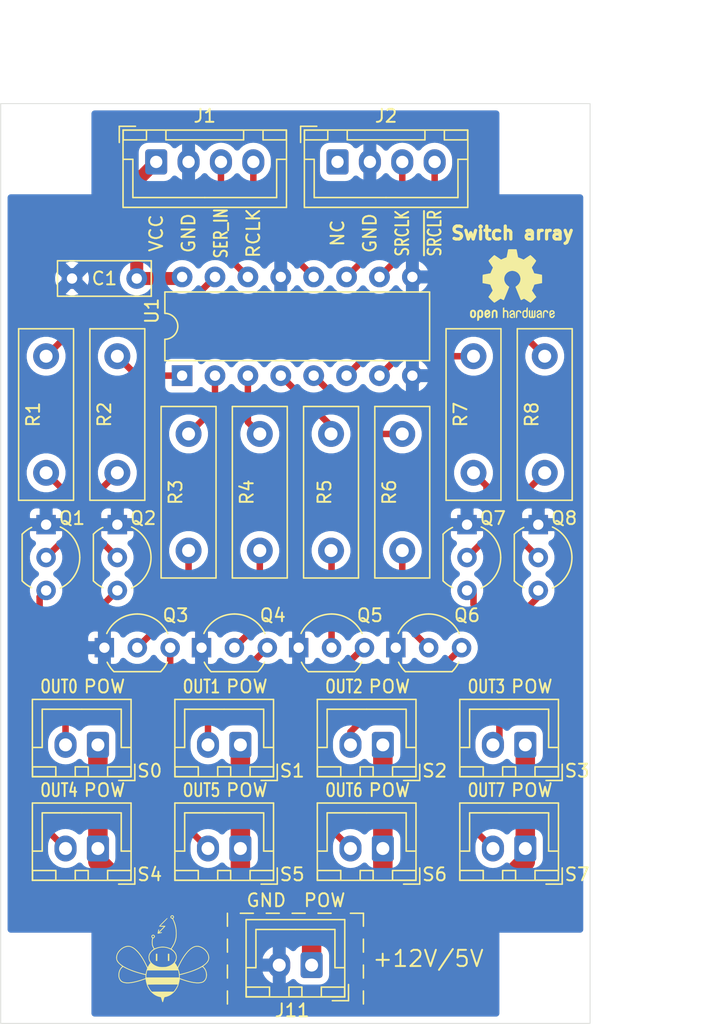
<source format=kicad_pcb>
(kicad_pcb (version 20171130) (host pcbnew "(5.1.4)-1")
  (layers (0 F.Cu signal) (31 B.Cu signal) (34 B.Paste user) (35 F.Paste user) (36 B.SilkS user) (37 F.SilkS user) (38 B.Mask user) (39 F.Mask user) (44 Edge.Cuts user))
  (net 0 "")
  (net 1 GND)
  (net 2 +5V)
  (net 3 "Net-(Q1-Pad2)")
  (net 4 "Net-(Q2-Pad2)")
  (net 5 "Net-(Q3-Pad2)")
  (net 6 "Net-(Q4-Pad2)")
  (net 7 "Net-(J2-Pad1)")
  (net 8 SRCLR)
  (net 9 SER_IN)
  (net 10 RCLK)
  (net 11 "Net-(Q5-Pad2)")
  (net 12 "Net-(Q6-Pad2)")
  (net 13 "Net-(Q7-Pad2)")
  (net 14 "Net-(Q8-Pad2)")
  (net 15 SRCLK)
  (net 16 "Net-(J3-Pad2)")
  (net 17 +12V)
  (net 18 "Net-(J4-Pad2)")
  (net 19 "Net-(J5-Pad2)")
  (net 20 "Net-(J6-Pad2)")
  (net 21 "Net-(J7-Pad2)")
  (net 22 "Net-(J8-Pad2)")
  (net 23 "Net-(J9-Pad2)")
  (net 24 "Net-(J10-Pad2)")
  (net 25 OUT_0)
  (net 26 OUT_1)
  (net 27 OUT_2)
  (net 28 OUT_3)
  (net 29 OUT_7)
  (net 30 OUT_6)
  (net 31 OUT_5)
  (net 32 OUT_4)
  (module Package_DIP:DIP-16_W7.62mm (layer F.Cu) (at 138 54.5 90)
    (fp_text reference U1 (at 5 -2.33 90) (layer F.SilkS))
    (fp_text value 74HC595)
    (pad 1 thru_hole rect (at 0 0 90) (size 1.6 1.6) (drill 0.8) (layers *.Cu *.Mask) (net 26 OUT_1))
    (pad 9 thru_hole oval (at 7.62 17.78 90) (size 1.6 1.6) (drill 0.8) (layers *.Cu *.Mask) (net 1 GND))
    (pad 2 thru_hole oval (at 0 2.54 90) (size 1.6 1.6) (drill 0.8) (layers *.Cu *.Mask) (net 27 OUT_2))
    (pad 10 thru_hole oval (at 7.62 15.24 90) (size 1.6 1.6) (drill 0.8) (layers *.Cu *.Mask) (net 8 SRCLR))
    (pad 3 thru_hole oval (at 0 5.08 90) (size 1.6 1.6) (drill 0.8) (layers *.Cu *.Mask) (net 28 OUT_3))
    (pad 11 thru_hole oval (at 7.62 12.7 90) (size 1.6 1.6) (drill 0.8) (layers *.Cu *.Mask) (net 15 SRCLK))
    (pad 4 thru_hole oval (at 0 7.62 90) (size 1.6 1.6) (drill 0.8) (layers *.Cu *.Mask) (net 32 OUT_4))
    (pad 12 thru_hole oval (at 7.62 10.16 90) (size 1.6 1.6) (drill 0.8) (layers *.Cu *.Mask) (net 10 RCLK))
    (pad 5 thru_hole oval (at 0 10.16 90) (size 1.6 1.6) (drill 0.8) (layers *.Cu *.Mask) (net 31 OUT_5))
    (pad 13 thru_hole oval (at 7.62 7.62 90) (size 1.6 1.6) (drill 0.8) (layers *.Cu *.Mask) (net 1 GND))
    (pad 6 thru_hole oval (at 0 12.7 90) (size 1.6 1.6) (drill 0.8) (layers *.Cu *.Mask) (net 29 OUT_7))
    (pad 14 thru_hole oval (at 7.62 5.08 90) (size 1.6 1.6) (drill 0.8) (layers *.Cu *.Mask) (net 9 SER_IN))
    (pad 7 thru_hole oval (at 0 15.24 90) (size 1.6 1.6) (drill 0.8) (layers *.Cu *.Mask) (net 30 OUT_6))
    (pad 15 thru_hole oval (at 7.62 2.54 90) (size 1.6 1.6) (drill 0.8) (layers *.Cu *.Mask) (net 25 OUT_0))
    (pad 8 thru_hole oval (at 0 17.78 90) (size 1.6 1.6) (drill 0.8) (layers *.Cu *.Mask) (net 1 GND))
    (pad 16 thru_hole oval (at 7.62 0 90) (size 1.6 1.6) (drill 0.8) (layers *.Cu *.Mask) (net 2 +5V))
  )
  (module logo-beehive:logo-beehive-7_2х6_7mm (layer F.Cu) (at 136.5 99.5)
    (fp_text reference G*** hide)
    (fp_text value LOGO hide)
  )
  (module Capacitor_THT:C_Disc_D7.0mm_W2.5mm_P5.00mm (layer F.Cu) (at 134.5 47 180)
    (fp_text reference C1 (at 2.5 0) (layer F.SilkS))
    (fp_text value 100nF)
    (pad 2 thru_hole circle (at 5 0 180) (size 1.6 1.6) (drill 0.8) (layers *.Cu *.Mask) (net 1 GND))
    (pad 1 thru_hole circle (at 0 0 180) (size 1.6 1.6) (drill 0.8) (layers *.Cu *.Mask) (net 2 +5V))
  )
  (module Package_TO_SOT_THT:TO-92_Inline_Wide (layer F.Cu) (at 160 66 270)
    (fp_text reference Q7 (at -0.5 -2 180) (layer F.SilkS))
    (fp_text value Q_NPN_EBC hide)
    (pad 1 thru_hole rect (at 0 0) (size 1.5 1.5) (drill 0.8) (layers *.Cu *.Mask) (net 1 GND))
    (pad 3 thru_hole circle (at 5.08 0) (size 1.5 1.5) (drill 0.8) (layers *.Cu *.Mask) (net 24 "Net-(J10-Pad2)"))
    (pad 2 thru_hole circle (at 2.54 0) (size 1.5 1.5) (drill 0.8) (layers *.Cu *.Mask) (net 13 "Net-(Q7-Pad2)"))
  )
  (module Resistor_THT:R_Box_L13.0mm_W4.0mm_P9.00mm (layer F.Cu) (at 166 53 270)
    (fp_text reference R8 (at 4.5 1 90) (layer F.SilkS))
    (fp_text value 270)
    (pad 2 thru_hole circle (at 9 0 270) (size 2 2) (drill 1) (layers *.Cu *.Mask) (net 14 "Net-(Q8-Pad2)"))
    (pad 1 thru_hole circle (at 0 0 270) (size 2 2) (drill 1) (layers *.Cu *.Mask) (net 29 OUT_7))
  )
  (module Resistor_THT:R_Box_L13.0mm_W4.0mm_P9.00mm (layer F.Cu) (at 160.5 53 270)
    (fp_text reference R7 (at 4.5 1 90) (layer F.SilkS))
    (fp_text value 270)
    (pad 2 thru_hole circle (at 9 0 270) (size 2 2) (drill 1) (layers *.Cu *.Mask) (net 13 "Net-(Q7-Pad2)"))
    (pad 1 thru_hole circle (at 0 0 270) (size 2 2) (drill 1) (layers *.Cu *.Mask) (net 30 OUT_6))
  )
  (module Resistor_THT:R_Box_L13.0mm_W4.0mm_P9.00mm (layer F.Cu) (at 144 59 270)
    (fp_text reference R4 (at 4.5 1 90) (layer F.SilkS))
    (fp_text value 270)
    (pad 2 thru_hole circle (at 9 0 270) (size 2 2) (drill 1) (layers *.Cu *.Mask) (net 6 "Net-(Q4-Pad2)"))
    (pad 1 thru_hole circle (at 0 0 270) (size 2 2) (drill 1) (layers *.Cu *.Mask) (net 28 OUT_3))
  )
  (module Resistor_THT:R_Box_L13.0mm_W4.0mm_P9.00mm (layer F.Cu) (at 138.5 59 270)
    (fp_text reference R3 (at 4.5 1 90) (layer F.SilkS))
    (fp_text value 270)
    (pad 2 thru_hole circle (at 9 0 270) (size 2 2) (drill 1) (layers *.Cu *.Mask) (net 5 "Net-(Q3-Pad2)"))
    (pad 1 thru_hole circle (at 0 0 270) (size 2 2) (drill 1) (layers *.Cu *.Mask) (net 27 OUT_2))
  )
  (module Package_TO_SOT_THT:TO-92_Inline_Wide (layer F.Cu) (at 165.5 66 270)
    (fp_text reference Q8 (at -0.5 -2 180) (layer F.SilkS))
    (fp_text value Q_NPN_EBC hide)
    (pad 1 thru_hole rect (at 0 0) (size 1.5 1.5) (drill 0.8) (layers *.Cu *.Mask) (net 1 GND))
    (pad 3 thru_hole circle (at 5.08 0) (size 1.5 1.5) (drill 0.8) (layers *.Cu *.Mask) (net 20 "Net-(J6-Pad2)"))
    (pad 2 thru_hole circle (at 2.54 0) (size 1.5 1.5) (drill 0.8) (layers *.Cu *.Mask) (net 14 "Net-(Q8-Pad2)"))
  )
  (module Package_TO_SOT_THT:TO-92_Inline_Wide (layer F.Cu) (at 139.5 75.5)
    (fp_text reference Q4 (at 5.5 -2.5) (layer F.SilkS))
    (fp_text value Q_NPN_EBC hide)
    (pad 1 thru_hole rect (at 0 0 90) (size 1.5 1.5) (drill 0.8) (layers *.Cu *.Mask) (net 1 GND))
    (pad 3 thru_hole circle (at 5.08 0 90) (size 1.5 1.5) (drill 0.8) (layers *.Cu *.Mask) (net 18 "Net-(J4-Pad2)"))
    (pad 2 thru_hole circle (at 2.54 0 90) (size 1.5 1.5) (drill 0.8) (layers *.Cu *.Mask) (net 6 "Net-(Q4-Pad2)"))
  )
  (module Package_TO_SOT_THT:TO-92_Inline_Wide (layer F.Cu) (at 132 75.5)
    (fp_text reference Q3 (at 5.5 -2.5) (layer F.SilkS))
    (fp_text value Q_NPN_EBC hide)
    (pad 1 thru_hole rect (at 0 0 90) (size 1.5 1.5) (drill 0.8) (layers *.Cu *.Mask) (net 1 GND))
    (pad 3 thru_hole circle (at 5.08 0 90) (size 1.5 1.5) (drill 0.8) (layers *.Cu *.Mask) (net 22 "Net-(J8-Pad2)"))
    (pad 2 thru_hole circle (at 2.54 0 90) (size 1.5 1.5) (drill 0.8) (layers *.Cu *.Mask) (net 5 "Net-(Q3-Pad2)"))
  )
  (module Connector_JST:JST_XH_B2B-XH-A_1x02_P2.50mm_Vertical (layer F.Cu) (at 164.5 91 180)
    (fp_text reference J10 hide)
    (fp_text value Conn_01x02)
    (pad 2 thru_hole oval (at 2.5 0 180) (size 1.7 2) (drill 1) (layers *.Cu *.Mask) (net 24 "Net-(J10-Pad2)"))
    (pad 1 thru_hole roundrect (at 0 0 180) (size 1.7 2) (drill 1) (layers *.Cu *.Mask) (roundrect_rratio 0.147059) (net 17 +12V))
  )
  (module Connector_JST:JST_XH_B2B-XH-A_1x02_P2.50mm_Vertical (layer F.Cu) (at 153.5 91 180)
    (fp_text reference J9 hide)
    (fp_text value Conn_01x02 hide)
    (pad 2 thru_hole oval (at 2.5 0 180) (size 1.7 2) (drill 1) (layers *.Cu *.Mask) (net 23 "Net-(J9-Pad2)"))
    (pad 1 thru_hole roundrect (at 0 0 180) (size 1.7 2) (drill 1) (layers *.Cu *.Mask) (roundrect_rratio 0.147059) (net 17 +12V))
  )
  (module Connector_JST:JST_XH_B2B-XH-A_1x02_P2.50mm_Vertical (layer F.Cu) (at 164.5 83 180)
    (fp_text reference J6 hide)
    (fp_text value Conn_01x02)
    (pad 2 thru_hole oval (at 2.5 0 180) (size 1.7 2) (drill 1) (layers *.Cu *.Mask) (net 20 "Net-(J6-Pad2)"))
    (pad 1 thru_hole roundrect (at 0 0 180) (size 1.7 2) (drill 1) (layers *.Cu *.Mask) (roundrect_rratio 0.147059) (net 17 +12V))
  )
  (module Connector_JST:JST_XH_B2B-XH-A_1x02_P2.50mm_Vertical (layer F.Cu) (at 153.5 83 180)
    (fp_text reference J5 hide)
    (fp_text value Conn_01x02)
    (pad 2 thru_hole oval (at 2.5 0 180) (size 1.7 2) (drill 1) (layers *.Cu *.Mask) (net 19 "Net-(J5-Pad2)"))
    (pad 1 thru_hole roundrect (at 0 0 180) (size 1.7 2) (drill 1) (layers *.Cu *.Mask) (roundrect_rratio 0.147059) (net 17 +12V))
  )
  (module MountingHole:MountingHole_3.2mm_M3_DIN965 (layer F.Cu) (at 166 37 270)
    (fp_text reference REF** hide)
    (fp_text value MountingHole_3.2mm_M3_DIN965 hide)
    (pad 1 np_thru_hole circle (at 0 0 270) (size 3.2 3.2) (drill 3.2) (layers *.Cu *.Mask))
  )
  (module MountingHole:MountingHole_3.2mm_M3_DIN965 (layer F.Cu) (at 166 101 180)
    (fp_text reference REF** hide)
    (fp_text value MountingHole_3.2mm_M3_DIN965 hide)
    (pad 1 np_thru_hole circle (at 0 0 180) (size 3.2 3.2) (drill 3.2) (layers *.Cu *.Mask))
  )
  (module MountingHole:MountingHole_3.2mm_M3_DIN965 (layer F.Cu) (at 127.5 101 90)
    (fp_text reference REF** hide)
    (fp_text value MountingHole_3.2mm_M3_DIN965 hide)
    (pad 1 np_thru_hole circle (at 0 0 90) (size 3.2 3.2) (drill 3.2) (layers *.Cu *.Mask))
  )
  (module MountingHole:MountingHole_3.2mm_M3_DIN965 (layer F.Cu) (at 127.5 37 90)
    (fp_text reference REF** hide)
    (fp_text value MountingHole_3.2mm_M3_DIN965 hide)
    (pad 1 np_thru_hole circle (at 0 0 90) (size 3.2 3.2) (drill 3.2) (layers *.Cu *.Mask))
  )
  (module Symbol:OSHW-Logo2_7.3x6mm_SilkScreen (layer F.Cu) (at 163.5 47.5)
    (fp_text reference REF** hide)
    (fp_text value OSHW-Logo2_7.3x6mm_SilkScreen hide)
  )
  (module Resistor_THT:R_Box_L13.0mm_W4.0mm_P9.00mm (layer F.Cu) (at 133 53 270)
    (fp_text reference R2 (at 4.5 1 270) (layer F.SilkS))
    (fp_text value 270)
    (pad 2 thru_hole circle (at 9 0 270) (size 2 2) (drill 1) (layers *.Cu *.Mask) (net 4 "Net-(Q2-Pad2)"))
    (pad 1 thru_hole circle (at 0 0 270) (size 2 2) (drill 1) (layers *.Cu *.Mask) (net 26 OUT_1))
  )
  (module Resistor_THT:R_Box_L13.0mm_W4.0mm_P9.00mm (layer F.Cu) (at 149.5 59 270)
    (fp_text reference R5 (at 4.5 0.5 90) (layer F.SilkS))
    (fp_text value 270)
    (pad 2 thru_hole circle (at 9 0 270) (size 2 2) (drill 1) (layers *.Cu *.Mask) (net 11 "Net-(Q5-Pad2)"))
    (pad 1 thru_hole circle (at 0 0 270) (size 2 2) (drill 1) (layers *.Cu *.Mask) (net 32 OUT_4))
  )
  (module Resistor_THT:R_Box_L13.0mm_W4.0mm_P9.00mm (layer F.Cu) (at 127.5 53 270)
    (fp_text reference R1 (at 4.5 1 270) (layer F.SilkS))
    (fp_text value 270)
    (pad 2 thru_hole circle (at 9 0 270) (size 2 2) (drill 1) (layers *.Cu *.Mask) (net 3 "Net-(Q1-Pad2)"))
    (pad 1 thru_hole circle (at 0 0 270) (size 2 2) (drill 1) (layers *.Cu *.Mask) (net 25 OUT_0))
  )
  (module Resistor_THT:R_Box_L13.0mm_W4.0mm_P9.00mm (layer F.Cu) (at 155 59 270)
    (fp_text reference R6 (at 4.5 1 90) (layer F.SilkS))
    (fp_text value 270)
    (pad 2 thru_hole circle (at 9 0 270) (size 2 2) (drill 1) (layers *.Cu *.Mask) (net 12 "Net-(Q6-Pad2)"))
    (pad 1 thru_hole circle (at 0 0 270) (size 2 2) (drill 1) (layers *.Cu *.Mask) (net 31 OUT_5))
  )
  (module Package_TO_SOT_THT:TO-92_Inline_Wide (layer F.Cu) (at 133 66 270)
    (fp_text reference Q2 (at -0.5 -2) (layer F.SilkS))
    (fp_text value Q_NPN_EBC hide)
    (pad 1 thru_hole rect (at 0 0) (size 1.5 1.5) (drill 0.8) (layers *.Cu *.Mask) (net 1 GND))
    (pad 3 thru_hole circle (at 5.08 0) (size 1.5 1.5) (drill 0.8) (layers *.Cu *.Mask) (net 16 "Net-(J3-Pad2)"))
    (pad 2 thru_hole circle (at 2.54 0) (size 1.5 1.5) (drill 0.8) (layers *.Cu *.Mask) (net 4 "Net-(Q2-Pad2)"))
  )
  (module Package_TO_SOT_THT:TO-92_Inline_Wide (layer F.Cu) (at 147 75.5)
    (fp_text reference Q5 (at 5.5 -2.5) (layer F.SilkS))
    (fp_text value Q_NPN_EBC hide)
    (pad 1 thru_hole rect (at 0 0 90) (size 1.5 1.5) (drill 0.8) (layers *.Cu *.Mask) (net 1 GND))
    (pad 3 thru_hole circle (at 5.08 0 90) (size 1.5 1.5) (drill 0.8) (layers *.Cu *.Mask) (net 23 "Net-(J9-Pad2)"))
    (pad 2 thru_hole circle (at 2.54 0 90) (size 1.5 1.5) (drill 0.8) (layers *.Cu *.Mask) (net 11 "Net-(Q5-Pad2)"))
  )
  (module Package_TO_SOT_THT:TO-92_Inline_Wide (layer F.Cu) (at 127.5 66 270)
    (fp_text reference Q1 (at -0.5 -2 180) (layer F.SilkS))
    (fp_text value Q_NPN_EBC hide)
    (pad 1 thru_hole rect (at 0 0) (size 1.5 1.5) (drill 0.8) (layers *.Cu *.Mask) (net 1 GND))
    (pad 3 thru_hole circle (at 5.08 0) (size 1.5 1.5) (drill 0.8) (layers *.Cu *.Mask) (net 21 "Net-(J7-Pad2)"))
    (pad 2 thru_hole circle (at 2.54 0) (size 1.5 1.5) (drill 0.8) (layers *.Cu *.Mask) (net 3 "Net-(Q1-Pad2)"))
  )
  (module Package_TO_SOT_THT:TO-92_Inline_Wide (layer F.Cu) (at 154.5 75.5)
    (fp_text reference Q6 (at 5.5 -2.5) (layer F.SilkS))
    (fp_text value Q_NPN_EBC hide)
    (pad 1 thru_hole rect (at 0 0 90) (size 1.5 1.5) (drill 0.8) (layers *.Cu *.Mask) (net 1 GND))
    (pad 3 thru_hole circle (at 5.08 0 90) (size 1.5 1.5) (drill 0.8) (layers *.Cu *.Mask) (net 19 "Net-(J5-Pad2)"))
    (pad 2 thru_hole circle (at 2.54 0 90) (size 1.5 1.5) (drill 0.8) (layers *.Cu *.Mask) (net 12 "Net-(Q6-Pad2)"))
  )
  (module Connector_JST:JST_XH_B2B-XH-A_1x02_P2.50mm_Vertical (layer F.Cu) (at 148 100 180)
    (fp_text reference J11 (at 1.5 -3.5) (layer F.SilkS))
    (fp_text value Conn_01x02 hide)
    (pad 2 thru_hole oval (at 2.5 0 180) (size 1.7 2) (drill 1) (layers *.Cu *.Mask) (net 1 GND))
    (pad 1 thru_hole roundrect (at 0 0 180) (size 1.7 2) (drill 1) (layers *.Cu *.Mask) (roundrect_rratio 0.147059) (net 17 +12V))
  )
  (module Connector_JST:JST_XH_B2B-XH-A_1x02_P2.50mm_Vertical (layer F.Cu) (at 142.5 83 180)
    (fp_text reference J4 hide)
    (fp_text value Conn_01x02 hide)
    (pad 2 thru_hole oval (at 2.5 0 180) (size 1.7 2) (drill 1) (layers *.Cu *.Mask) (net 18 "Net-(J4-Pad2)"))
    (pad 1 thru_hole roundrect (at 0 0 180) (size 1.7 2) (drill 1) (layers *.Cu *.Mask) (roundrect_rratio 0.147059) (net 17 +12V))
  )
  (module Connector_JST:JST_XH_B2B-XH-A_1x02_P2.50mm_Vertical (layer F.Cu) (at 131.5 91 180)
    (fp_text reference J7 hide)
    (fp_text value Conn_01x02 hide)
    (pad 2 thru_hole oval (at 2.5 0 180) (size 1.7 2) (drill 1) (layers *.Cu *.Mask) (net 21 "Net-(J7-Pad2)"))
    (pad 1 thru_hole roundrect (at 0 0 180) (size 1.7 2) (drill 1) (layers *.Cu *.Mask) (roundrect_rratio 0.147059) (net 17 +12V))
  )
  (module Connector_JST:JST_XH_B2B-XH-A_1x02_P2.50mm_Vertical (layer F.Cu) (at 131.5 83 180)
    (fp_text reference J3 hide)
    (fp_text value Conn_01x02 hide)
    (pad 2 thru_hole oval (at 2.5 0 180) (size 1.7 2) (drill 1) (layers *.Cu *.Mask) (net 16 "Net-(J3-Pad2)"))
    (pad 1 thru_hole roundrect (at 0 0 180) (size 1.7 2) (drill 1) (layers *.Cu *.Mask) (roundrect_rratio 0.147059) (net 17 +12V))
  )
  (module Connector_JST:JST_XH_B2B-XH-A_1x02_P2.50mm_Vertical (layer F.Cu) (at 142.5 91 180)
    (fp_text reference J8 hide)
    (fp_text value Conn_01x02 hide)
    (pad 2 thru_hole oval (at 2.5 0 180) (size 1.7 2) (drill 1) (layers *.Cu *.Mask) (net 22 "Net-(J8-Pad2)"))
    (pad 1 thru_hole roundrect (at 0 0 180) (size 1.7 2) (drill 1) (layers *.Cu *.Mask) (roundrect_rratio 0.147059) (net 17 +12V))
  )
  (module Connector_JST:JST_XH_B4B-XH-A_1x04_P2.50mm_Vertical (layer F.Cu) (at 150 38)
    (fp_text reference J2 (at 3.75 -3.55) (layer F.SilkS))
    (fp_text value Conn_01x04 hide)
    (pad 4 thru_hole oval (at 7.5 0) (size 1.7 1.95) (drill 0.95) (layers *.Cu *.Mask) (net 8 SRCLR))
    (pad 3 thru_hole oval (at 5 0) (size 1.7 1.95) (drill 0.95) (layers *.Cu *.Mask) (net 15 SRCLK))
    (pad 2 thru_hole oval (at 2.5 0) (size 1.7 1.95) (drill 0.95) (layers *.Cu *.Mask) (net 1 GND))
    (pad 1 thru_hole roundrect (at 0 0) (size 1.7 1.95) (drill 0.95) (layers *.Cu *.Mask) (roundrect_rratio 0.147059) (net 7 "Net-(J2-Pad1)"))
  )
  (module Connector_JST:JST_XH_B4B-XH-A_1x04_P2.50mm_Vertical (layer F.Cu) (at 136 38)
    (fp_text reference J1 (at 3.75 -3.55) (layer F.SilkS))
    (fp_text value Conn_01x04 hide)
    (pad 4 thru_hole oval (at 7.5 0) (size 1.7 1.95) (drill 0.95) (layers *.Cu *.Mask) (net 10 RCLK))
    (pad 3 thru_hole oval (at 5 0) (size 1.7 1.95) (drill 0.95) (layers *.Cu *.Mask) (net 9 SER_IN))
    (pad 2 thru_hole oval (at 2.5 0) (size 1.7 1.95) (drill 0.95) (layers *.Cu *.Mask) (net 1 GND))
    (pad 1 thru_hole roundrect (at 0 0) (size 1.7 1.95) (drill 0.95) (layers *.Cu *.Mask) (roundrect_rratio 0.147059) (net 2 +5V))
  )
  (gr_text S7 (at 168.5 93) (layer F.SilkS) (effects (font (size 1 1))))
  (gr_text S6 (at 157.5 93) (layer F.SilkS) (effects (font (size 1 1))))
  (gr_text S5 (at 146.5 93) (layer F.SilkS) (effects (font (size 1 1))))
  (gr_text S4 (at 135.5 93) (layer F.SilkS) (effects (font (size 1 1))))
  (gr_text POW (at 165 86.5) (layer F.SilkS) (effects (font (size 1 1))))
  (gr_text POW (at 154 86.5) (layer F.SilkS) (effects (font (size 1 1))))
  (gr_text POW (at 143 86.5) (layer F.SilkS) (effects (font (size 1 1))))
  (gr_text POW (at 132 86.5) (layer F.SilkS) (effects (font (size 1 1))))
  (gr_text OUT4 (at 128.5 86.5) (layer F.SilkS) (effects (font (size 1 0.75))))
  (gr_text OUT5 (at 139.5 86.5) (layer F.SilkS) (effects (font (size 1 0.75))))
  (gr_text OUT6 (at 150.5 86.5) (layer F.SilkS) (effects (font (size 1 0.75))))
  (gr_text OUT7 (at 161.5 86.5) (layer F.SilkS) (effects (font (size 1 0.75))))
  (gr_text S0 (at 135.5 85) (layer F.SilkS) (effects (font (size 1 1))))
  (gr_text S1 (at 146.5 85) (layer F.SilkS) (effects (font (size 1 1))))
  (gr_text S2 (at 157.5 85) (layer F.SilkS) (effects (font (size 1 1))))
  (gr_text S3 (at 168.5 85) (layer F.SilkS) (effects (font (size 1 1))))
  (gr_text RCLK (at 143.5 43.5 90) (layer F.SilkS) (effects (font (size 1 1))))
  (gr_text SER_IN (at 141 43.5 90) (layer F.SilkS) (effects (font (size 1 0.75))))
  (gr_text VCC (at 136 43.5 90) (layer F.SilkS) (effects (font (size 1 1))))
  (gr_text GND (at 138.5 43.5 90) (layer F.SilkS) (effects (font (size 1 1))))
  (gr_text SRCLK (at 155 43.5 90) (layer F.SilkS) (effects (font (size 1 0.75))))
  (gr_text NC (at 150 43.5 90) (layer F.SilkS) (effects (font (size 1 1))))
  (gr_text GND (at 152.5 43.5 90) (layer F.SilkS) (effects (font (size 1 1))))
  (gr_text ~SRCLR~ (at 157.5 43.5 90) (layer F.SilkS) (effects (font (size 1 0.75))))
  (gr_text "Switch array" (at 163.5 43.5) (layer F.SilkS) (effects (font (size 1 1) (thickness 0.25))))
  (gr_text GND (at 144.5 95) (layer F.SilkS) (effects (font (size 1 1))))
  (gr_text POW (at 149 95) (layer F.SilkS) (effects (font (size 1 1))))
  (gr_text +12V/5V (at 157 99.5) (layer F.SilkS) (effects (font (size 1.25 1.25))))
  (gr_line (start 141.5 103) (end 141.5 102) (layer F.SilkS) (width 0.12))
  (gr_line (start 141.5 101) (end 141.5 100) (layer F.SilkS) (width 0.12))
  (gr_line (start 141.5 99) (end 141.5 98) (layer F.SilkS) (width 0.12))
  (gr_line (start 141.5 97) (end 141.5 96) (layer F.SilkS) (width 0.12))
  (gr_line (start 149.5 96) (end 148.5 96) (layer F.SilkS) (width 0.12))
  (gr_line (start 147.5 96) (end 146.5 96) (layer F.SilkS) (width 0.12))
  (gr_line (start 145.5 96) (end 144.5 96) (layer F.SilkS) (width 0.12))
  (gr_line (start 143.5 96) (end 142.5 96) (layer F.SilkS) (width 0.12))
  (gr_line (start 152 103) (end 152 102) (layer F.SilkS) (width 0.12))
  (gr_line (start 152 101) (end 152 100) (layer F.SilkS) (width 0.12))
  (gr_line (start 152 99) (end 152 98) (layer F.SilkS) (width 0.12))
  (gr_line (start 152 97) (end 152 96) (layer F.SilkS) (width 0.12))
  (gr_line (start 152 96) (end 151 96) (layer F.SilkS) (width 0.12))
  (gr_text POW (at 165 78.5) (layer F.SilkS) (effects (font (size 1 1))))
  (gr_text POW (at 154 78.5) (layer F.SilkS) (effects (font (size 1 1))))
  (gr_text POW (at 143 78.5) (layer F.SilkS) (effects (font (size 1 1))))
  (gr_text POW (at 132 78.5) (layer F.SilkS) (effects (font (size 1 1))))
  (gr_text OUT0 (at 128.5 78.5) (layer F.SilkS) (effects (font (size 1 0.75))))
  (gr_text OUT1 (at 139.5 78.5) (layer F.SilkS) (effects (font (size 1 0.75))))
  (gr_text OUT2 (at 150.5 78.5) (layer F.SilkS) (effects (font (size 1 0.75))))
  (gr_text OUT3 (at 161.5 78.5) (layer F.SilkS) (effects (font (size 1 0.75))))
  (gr_line (start 169.5 104.5) (end 169.5 82) (layer Edge.Cuts) (width 0.05))
  (gr_line (start 124 104.5) (end 169.5 104.5) (layer Edge.Cuts) (width 0.05))
  (gr_line (start 124 82) (end 124 104.5) (layer Edge.Cuts) (width 0.05))
  (gr_line (start 169.5 33.5) (end 169.5 82) (layer Edge.Cuts) (width 0.05))
  (gr_line (start 124 33.5) (end 169.5 33.5) (layer Edge.Cuts) (width 0.05))
  (gr_line (start 124 82) (end 124 33.5) (layer Edge.Cuts) (width 0.05))
  (segment (start 157.5 42.62) (end 153.24 46.88) (width 0.5) (layer F.Cu) (net 8))
  (segment (start 157.5 38) (end 157.5 42.62) (width 0.5) (layer F.Cu) (net 8))
  (segment (start 141 38) (end 141 44.8) (width 0.5) (layer F.Cu) (net 9))
  (segment (start 141 44.8) (end 143.08 46.88) (width 0.5) (layer F.Cu) (net 9))
  (segment (start 143.5 42.22) (end 148.16 46.88) (width 0.5) (layer F.Cu) (net 10))
  (segment (start 143.5 38) (end 143.5 42.22) (width 0.5) (layer F.Cu) (net 10))
  (segment (start 155 42.58) (end 150.7 46.88) (width 0.5) (layer F.Cu) (net 15))
  (segment (start 155 38) (end 155 42.58) (width 0.5) (layer F.Cu) (net 15))
  (segment (start 134.5 54.5) (end 133 53) (width 0.5) (layer F.Cu) (net 26))
  (segment (start 138 54.5) (end 134.5 54.5) (width 0.5) (layer F.Cu) (net 26))
  (segment (start 128.499999 52.000001) (end 127.5 53) (width 0.5) (layer F.Cu) (net 25))
  (segment (start 129.5 51) (end 128.499999 52.000001) (width 0.5) (layer F.Cu) (net 25))
  (segment (start 140.54 46.88) (end 136.42 51) (width 0.5) (layer F.Cu) (net 25))
  (segment (start 136.42 51) (end 129.5 51) (width 0.5) (layer F.Cu) (net 25))
  (segment (start 153.24 54.5) (end 154.74 53) (width 0.5) (layer F.Cu) (net 30))
  (segment (start 154.74 53) (end 159.085787 53) (width 0.5) (layer F.Cu) (net 30))
  (segment (start 159.085787 53) (end 160.5 53) (width 0.5) (layer F.Cu) (net 30))
  (segment (start 154.2 51) (end 164 51) (width 0.5) (layer F.Cu) (net 29))
  (segment (start 150.7 54.5) (end 154.2 51) (width 0.5) (layer F.Cu) (net 29))
  (segment (start 164 51) (end 165.000001 52.000001) (width 0.5) (layer F.Cu) (net 29))
  (segment (start 165.000001 52.000001) (end 166 53) (width 0.5) (layer F.Cu) (net 29))
  (segment (start 136 38) (end 134.5 39.5) (width 1) (layer F.Cu) (net 2))
  (segment (start 134.5 39.5) (end 134.5 47) (width 1) (layer F.Cu) (net 2))
  (segment (start 137.88 47) (end 138 46.88) (width 0.25) (layer F.Cu) (net 2))
  (segment (start 134.5 47) (end 137.88 47) (width 1) (layer F.Cu) (net 2))
  (segment (start 128.249999 67.790001) (end 127.5 68.54) (width 0.5) (layer F.Cu) (net 3))
  (segment (start 129 63.5) (end 129 67.04) (width 0.5) (layer F.Cu) (net 3))
  (segment (start 127.5 62) (end 129 63.5) (width 0.5) (layer F.Cu) (net 3))
  (segment (start 129 67.04) (end 128.249999 67.790001) (width 0.5) (layer F.Cu) (net 3))
  (segment (start 132.250001 67.790001) (end 133 68.54) (width 0.5) (layer F.Cu) (net 4))
  (segment (start 133 62) (end 131.5 63.5) (width 0.5) (layer F.Cu) (net 4))
  (segment (start 131.5 63.5) (end 131.5 67.04) (width 0.5) (layer F.Cu) (net 4))
  (segment (start 131.5 67.04) (end 132.250001 67.790001) (width 0.5) (layer F.Cu) (net 4))
  (segment (start 138.5 71.54) (end 138.5 68) (width 0.5) (layer F.Cu) (net 5))
  (segment (start 134.54 75.5) (end 138.5 71.54) (width 0.5) (layer F.Cu) (net 5))
  (segment (start 144 73.54) (end 144 68) (width 0.5) (layer F.Cu) (net 6))
  (segment (start 142.04 75.5) (end 144 73.54) (width 0.5) (layer F.Cu) (net 6))
  (segment (start 149.54 75.5) (end 149.54 68.04) (width 0.5) (layer F.Cu) (net 11))
  (segment (start 155 73.46) (end 155 68) (width 0.5) (layer F.Cu) (net 12))
  (segment (start 157.04 75.5) (end 155 73.46) (width 0.5) (layer F.Cu) (net 12))
  (segment (start 161.5 67.04) (end 160 68.54) (width 0.5) (layer F.Cu) (net 13))
  (segment (start 160.5 62) (end 161.5 63) (width 0.5) (layer F.Cu) (net 13))
  (segment (start 161.5 63) (end 161.5 67.04) (width 0.5) (layer F.Cu) (net 13))
  (segment (start 164 67.04) (end 165.5 68.54) (width 0.5) (layer F.Cu) (net 14))
  (segment (start 166 62) (end 164 64) (width 0.5) (layer F.Cu) (net 14))
  (segment (start 164 64) (end 164 67.04) (width 0.5) (layer F.Cu) (net 14))
  (segment (start 129 75.08) (end 129 83) (width 0.5) (layer F.Cu) (net 16))
  (segment (start 133 71.08) (end 129 75.08) (width 0.5) (layer F.Cu) (net 16))
  (segment (start 148 100) (end 148 96) (width 1.5) (layer F.Cu) (net 17))
  (segment (start 153.5 91) (end 153.5 92) (width 1.5) (layer F.Cu) (net 17))
  (segment (start 153.5 93) (end 153.5 91) (width 1.5) (layer F.Cu) (net 17))
  (segment (start 150.5 96) (end 153.5 93) (width 1.5) (layer F.Cu) (net 17))
  (segment (start 145.5 96) (end 150.5 96) (width 1.5) (layer F.Cu) (net 17))
  (segment (start 142.5 91) (end 142.5 93) (width 1.5) (layer F.Cu) (net 17))
  (segment (start 142.5 93) (end 145.5 96) (width 1.5) (layer F.Cu) (net 17))
  (segment (start 131.5 92) (end 131.5 91) (width 1.5) (layer F.Cu) (net 17))
  (segment (start 148 96) (end 135.5 96) (width 1.5) (layer F.Cu) (net 17))
  (segment (start 135.5 96) (end 131.5 92) (width 1.5) (layer F.Cu) (net 17))
  (segment (start 164.5 92) (end 164.5 91) (width 1.5) (layer F.Cu) (net 17))
  (segment (start 148 96) (end 160.5 96) (width 1.5) (layer F.Cu) (net 17))
  (segment (start 160.5 96) (end 164.5 92) (width 1.5) (layer F.Cu) (net 17))
  (segment (start 131.5 91) (end 131.5 83) (width 1.5) (layer F.Cu) (net 17))
  (segment (start 142.5 91) (end 142.5 83) (width 1.5) (layer F.Cu) (net 17))
  (segment (start 153.5 91) (end 153.5 83) (width 1.5) (layer F.Cu) (net 17))
  (segment (start 164.5 89.9) (end 164.5 83) (width 1.5) (layer F.Cu) (net 17))
  (segment (start 164.5 91) (end 164.5 89.9) (width 1.5) (layer F.Cu) (net 17))
  (segment (start 140 80.08) (end 140 83) (width 0.5) (layer F.Cu) (net 18))
  (segment (start 144.58 75.5) (end 140 80.08) (width 0.5) (layer F.Cu) (net 18))
  (segment (start 151 82) (end 151 83) (width 0.5) (layer F.Cu) (net 19))
  (segment (start 155.5 77.5) (end 151 82) (width 0.5) (layer F.Cu) (net 19))
  (segment (start 159.58 75.5) (end 157.58 77.5) (width 0.5) (layer F.Cu) (net 19))
  (segment (start 157.58 77.5) (end 155.5 77.5) (width 0.5) (layer F.Cu) (net 19))
  (segment (start 162.5 82.5) (end 162 83) (width 0.5) (layer F.Cu) (net 20))
  (segment (start 166 71.08) (end 162.5 74.58) (width 0.5) (layer F.Cu) (net 20))
  (segment (start 162.5 74.58) (end 162.5 82.5) (width 0.5) (layer F.Cu) (net 20))
  (segment (start 128 90) (end 129 91) (width 0.5) (layer F.Cu) (net 21))
  (segment (start 127 89) (end 128 90) (width 0.5) (layer F.Cu) (net 21))
  (segment (start 127.5 71.08) (end 127 71.58) (width 0.5) (layer F.Cu) (net 21))
  (segment (start 127 71.58) (end 127 89) (width 0.5) (layer F.Cu) (net 21))
  (segment (start 137.5 88.5) (end 140 91) (width 0.5) (layer F.Cu) (net 22))
  (segment (start 137.08 75.5) (end 137.08 88.08) (width 0.5) (layer F.Cu) (net 22))
  (segment (start 137.08 88.08) (end 137.5 88.5) (width 0.5) (layer F.Cu) (net 22))
  (segment (start 149 89) (end 151 91) (width 0.5) (layer F.Cu) (net 23))
  (segment (start 149 78.5) (end 149 89) (width 0.5) (layer F.Cu) (net 23))
  (segment (start 152.08 75.5) (end 152 75.5) (width 0.5) (layer F.Cu) (net 23))
  (segment (start 152 75.5) (end 149 78.5) (width 0.5) (layer F.Cu) (net 23))
  (segment (start 160 89) (end 162 91) (width 0.5) (layer F.Cu) (net 24))
  (segment (start 160 84.5) (end 160 89) (width 0.5) (layer F.Cu) (net 24))
  (segment (start 160.011509 84.488491) (end 160 84.5) (width 0.5) (layer F.Cu) (net 24))
  (segment (start 160.5 72.14066) (end 161.5 73.14066) (width 0.5) (layer F.Cu) (net 24))
  (segment (start 160.5 71.08) (end 160.5 72.14066) (width 0.5) (layer F.Cu) (net 24))
  (segment (start 161.5 73.14066) (end 161.5 80) (width 0.5) (layer F.Cu) (net 24))
  (segment (start 161.5 80) (end 160 81.5) (width 0.5) (layer F.Cu) (net 24))
  (segment (start 160 81.5) (end 160.011509 81.511509) (width 0.5) (layer F.Cu) (net 24))
  (segment (start 160.011509 81.511509) (end 160.011509 84.488491) (width 0.5) (layer F.Cu) (net 24))
  (segment (start 140.54 56.96) (end 138.5 59) (width 0.5) (layer F.Cu) (net 27))
  (segment (start 140.54 54.5) (end 140.54 56.96) (width 0.5) (layer F.Cu) (net 27))
  (segment (start 143.08 58.08) (end 144 59) (width 0.5) (layer F.Cu) (net 28))
  (segment (start 143.08 54.5) (end 143.08 58.08) (width 0.5) (layer F.Cu) (net 28))
  (segment (start 152.66 59) (end 155 59) (width 0.5) (layer F.Cu) (net 31))
  (segment (start 148.16 54.5) (end 152.66 59) (width 0.5) (layer F.Cu) (net 31))
  (segment (start 149.5 58.38) (end 149.5 59) (width 0.5) (layer F.Cu) (net 32))
  (segment (start 145.62 54.5) (end 149.5 58.38) (width 0.5) (layer F.Cu) (net 32))
  (zone (net 1) (net_name GND) (layer B.Cu) (connect_pads (clearance 0.5)) (min_thickness 0.5) (fill yes (arc_segments 32) (thermal_gap 0.5) (thermal_bridge_width 1))
    (polygon (pts (xy 124.5 40.5) (xy 131 40.5) (xy 131 34) (xy 162.5 34) (xy 162.5 40.5) (xy 168.5 40.5) (xy 169 40.5) (xy 169 97.5) (xy 162.5 97.5) (xy 162.5 104) (xy 131 104) (xy 131 97.5) (xy 124.5 97.5)))
  )
)
</source>
